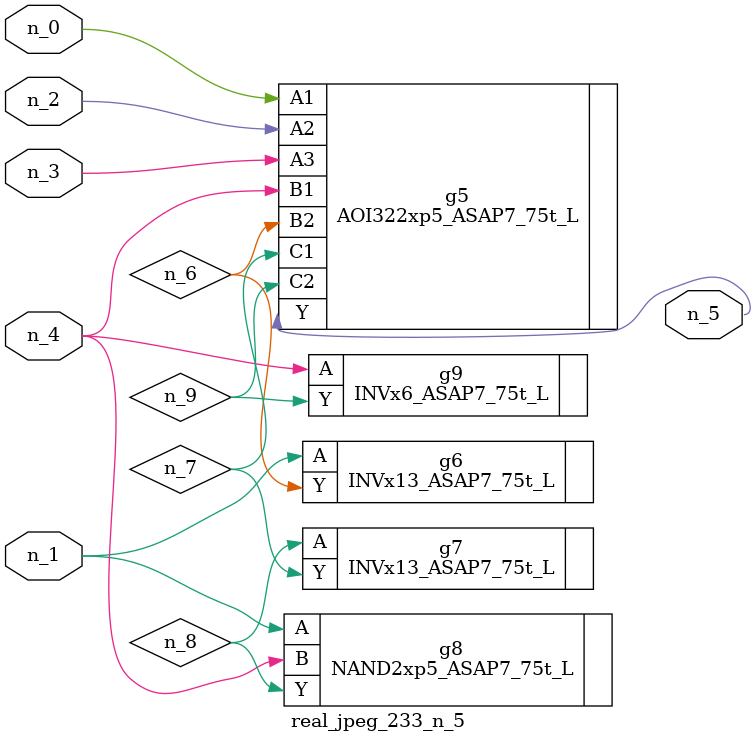
<source format=v>
module real_jpeg_233_n_5 (n_4, n_0, n_1, n_2, n_3, n_5);

input n_4;
input n_0;
input n_1;
input n_2;
input n_3;

output n_5;

wire n_8;
wire n_6;
wire n_7;
wire n_9;

AOI322xp5_ASAP7_75t_L g5 ( 
.A1(n_0),
.A2(n_2),
.A3(n_3),
.B1(n_4),
.B2(n_6),
.C1(n_7),
.C2(n_9),
.Y(n_5)
);

INVx13_ASAP7_75t_L g6 ( 
.A(n_1),
.Y(n_6)
);

NAND2xp5_ASAP7_75t_L g8 ( 
.A(n_1),
.B(n_4),
.Y(n_8)
);

INVx6_ASAP7_75t_L g9 ( 
.A(n_4),
.Y(n_9)
);

INVx13_ASAP7_75t_L g7 ( 
.A(n_8),
.Y(n_7)
);


endmodule
</source>
